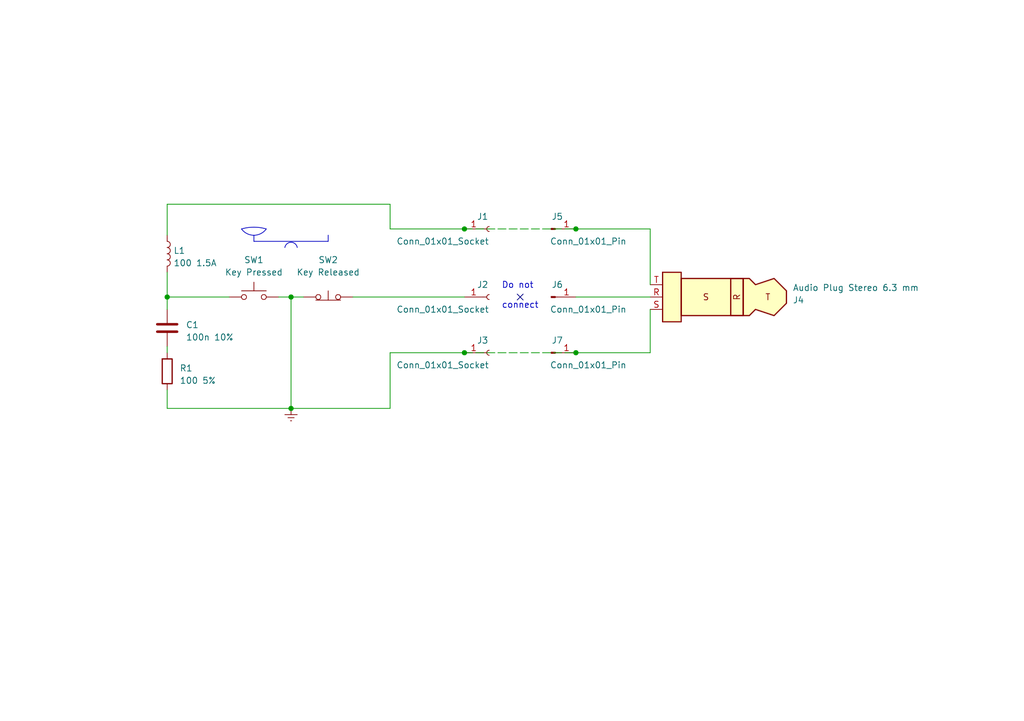
<source format=kicad_sch>
(kicad_sch (version 20230121) (generator eeschema)
  (paper "A5")
  (title_block (title "Junkers Morse Key Assembly for Yaesu FTdx1200") (date "2023-09-24") (rev "1.0") (company "Peter Cornelius DL5BCT / peter cornelius consulting") (comment 1 "(Note: Connected to Yaesu FTdx1200 front panel key socket)") (comment 2 "Right hand side cable assembly Reichelt NFKE SW 63 with crimped-on connectors") (comment 3 "Components on the left included inside key housing (original assembly)"))
  (lib_symbols
    (symbol "Connector:Conn_01x01_Pin" (pin_names (offset 1.016) hide)
      (property "Reference" "J" (at 0 2.54 0))
      (property "Value" "Conn_01x01_Pin" (at 0 -2.54 0))
      (symbol "Conn_01x01_Pin_1_1"
        (polyline (pts (xy 1.27 0) (xy 0.8636 0)) (stroke (width 0.1524)))
        (rectangle (start 0.8636 0.127) (end 0 -0.127) (stroke (width 0.1524)) (fill (type outline)))
        (pin passive line (at 5.08 0 180) (length 3.81) (name "Pin_1") (number "1"))
      )
    )
    (symbol "Connector:Conn_01x01_Socket" (pin_names (offset 1.016) hide)
      (property "Reference" "J" (at 0 2.54 0))
      (property "Value" "Conn_01x01_Socket" (at 0 -2.54 0))
      (symbol "Conn_01x01_Socket_1_1"
        (polyline (pts (xy -1.27 0) (xy -0.508 0)) (stroke (width 0.1524)))
        (arc (start 0 0.508) (mid -0.5058 0) (end 0 -0.508) (stroke (width 0.1524)))
        (pin passive line (at -5.08 0 0) (length 3.81) (name "Pin_1") (number "1"))
      )
    )
    (symbol "Connector_Audio:AudioPlug3"
      (property "Reference" "J" (at 1.27 6.35 0))
      (property "Value" "AudioPlug3" (at 1.27 -6.35 0))
      (symbol "AudioPlug3_0_0"
        (text "R" (at -2.54 0 900) (effects (font (size 1.27 1.27))))
      )
      (symbol "AudioPlug3_0_1"
        (rectangle (start -3.81 3.81) (end -1.27 -3.81) (stroke (width 0.254)))
        (rectangle (start -1.27 -1.27) (end -1.27 -1.27))
      )
      (symbol "AudioPlug3_1_0"
        (text "S" (at 3.81 0 0) (effects (font (size 1.27 1.27))))
        (text "T" (at -8.89 0 0) (effects (font (size 1.27 1.27))))
      )
      (symbol "AudioPlug3_1_1"
        (rectangle (start -3.81 3.81) (end 8.89 -3.81) (stroke (width 0.254)) (fill (type background)))
        (polyline (pts (xy -3.81 3.81) (xy -5.08 3.81) (xy -6.35 2.54) (xy -10.16 3.81) (xy -12.7 1.27) (xy -12.7 -1.27) (xy -10.16 -3.81) (xy -6.35 -2.54) (xy -5.08 -3.81) (xy -3.81 -3.81) (xy -3.81 3.81)) (stroke (width 0.254)) (fill (type background)))
        (rectangle (start 12.7 5.08) (end 8.89 -5.08) (stroke (width 0.254)) (fill (type background)))
        (pin passive line (at 15.24 0 180) (length 2.54) (name "~") (number "R"))
        (pin passive line (at 15.24 2.54 180) (length 2.54) (name "~") (number "S"))
        (pin passive line (at 15.24 -2.54 180) (length 2.54) (name "~") (number "T"))
      )
    )
    (symbol "Device:C" (pin_numbers hide) (pin_names (offset 0.254))
      (property "Reference" "C" (at 0.635 2.54 0))
      (property "Value" "C" (at 0.635 -2.54 0))
      (symbol "C_0_1"
        (polyline (pts (xy -2.032 -0.762) (xy 2.032 -0.762)) (stroke (width 0.508)))
        (polyline (pts (xy -2.032 0.762) (xy 2.032 0.762)) (stroke (width 0.508)))
      )
      (symbol "C_1_1"
        (pin passive line (at 0 3.81 270) (length 2.794) (name "~") (number "1"))
        (pin passive line (at 0 -3.81 90) (length 2.794) (name "~") (number "2"))
      )
    )
    (symbol "Device:L" (pin_numbers hide) (pin_names (offset 1.016) hide)
      (property "Reference" "L" (at -1.27 0 90))
      (property "Value" "L" (at 1.905 0 90))
      (symbol "L_0_1"
        (arc (start 0 -2.54) (mid 0.6323 -1.905) (end 0 -1.27))
        (arc (start 0 -1.27) (mid 0.6323 -0.635) (end 0 0))
        (arc (start 0 0) (mid 0.6323 0.635) (end 0 1.27))
        (arc (start 0 1.27) (mid 0.6323 1.905) (end 0 2.54))
      )
      (symbol "L_1_1"
        (pin passive line (at 0 3.81 270) (length 1.27) (name "1") (number "1"))
        (pin passive line (at 0 -3.81 90) (length 1.27) (name "2") (number "2"))
      )
    )
    (symbol "Device:R" (pin_numbers hide) (pin_names (offset 0))
      (property "Reference" "R" (at 2.032 0 90))
      (property "Value" "R" (at 0 0 90))
      (symbol "R_0_1"
        (rectangle (start -1.016 -2.54) (end 1.016 2.54) (stroke (width 0.254)))
      )
      (symbol "R_1_1"
        (pin passive line (at 0 3.81 270) (length 1.27) (name "~") (number "1"))
        (pin passive line (at 0 -3.81 90) (length 1.27) (name "~") (number "2"))
      )
    )
    (symbol "Switch:SW_Push" (pin_numbers hide) (pin_names (offset 1.016) hide)
      (property "Reference" "SW" (at 1.27 2.54 0))
      (property "Value" "SW_Push" (at 0 -1.524 0))
      (symbol "SW_Push_0_1"
        (circle (center -2.032 0) (radius 0.508))
        (polyline (pts (xy 0 1.27) (xy 0 3.048)))
        (polyline (pts (xy 2.54 1.27) (xy -2.54 1.27)))
        (circle (center 2.032 0) (radius 0.508))
        (pin passive line (at -5.08 0 0) (length 2.54) (name "1") (number "1"))
        (pin passive line (at 5.08 0 180) (length 2.54) (name "2") (number "2"))
      )
    )
    (symbol "Switch:SW_Push_Open" (pin_numbers hide) (pin_names (offset 1.016) hide)
      (property "Reference" "SW" (at 0 2.54 0))
      (property "Value" "SW_Push_Open" (at 0 -1.905 0))
      (symbol "SW_Push_Open_0_1"
        (circle (center -2.032 0) (radius 0.508))
        (polyline (pts (xy -2.54 -0.635) (xy 2.54 -0.635)))
        (polyline (pts (xy 0 -0.635) (xy 0 1.27)))
        (circle (center 2.032 0) (radius 0.508))
        (pin passive line (at -5.08 0 0) (length 2.54) (name "A") (number "1"))
      )
      (symbol "SW_Push_Open_1_1"
        (pin passive line (at 5.08 0 180) (length 2.54) (name "B") (number "2"))
      )
    )
    (symbol "power:GNDREF" (power) (pin_names (offset 0))
      (property "Value" "GNDREF" (at 0 -3.81 0))
      (symbol "GNDREF_0_1"
        (polyline (pts (xy -0.635 -1.905) (xy 0.635 -1.905)))
        (polyline (pts (xy -0.127 -2.54) (xy 0.127 -2.54)))
        (polyline (pts (xy 0 -1.27) (xy 0 0)))
        (polyline (pts (xy 1.27 -1.27) (xy -1.27 -1.27)))
      )
      (symbol "GNDREF_1_1"
        (pin power_in line (at 0 0 270) (length 0) hide (name "GNDREF") (number "1"))
      )
    )
  )
  (junction (at 59.69 60.96))
  (junction (at 118.11 72.39))
  (junction (at 95.25 72.39))
  (junction (at 59.69 83.82))
  (junction (at 34.29 60.96))
  (junction (at 118.11 46.99))
  (junction (at 95.25 46.99))
  (no_connect (at 106.68 60.96))
  (wire (pts (xy 80.01 72.39) (xy 80.01 83.82)))
  (wire (pts (xy 133.35 72.39) (xy 133.35 63.5)))
  (polyline (pts (xy 52.07 49.53) (xy 67.31 49.53)))
  (wire (pts (xy 118.11 72.39) (xy 133.35 72.39)))
  (wire (pts (xy 72.39 60.96) (xy 95.25 60.96)))
  (wire (pts (xy 59.69 60.96) (xy 57.15 60.96)))
  (polyline (pts (xy 67.31 48.26) (xy 67.31 49.53)))
  (wire (pts (xy 118.11 60.96) (xy 133.35 60.96)))
  (wire (pts (xy 34.29 41.91) (xy 34.29 48.26)))
  (wire (pts (xy 34.29 83.82) (xy 34.29 80.01)))
  (wire (pts (xy 34.29 60.96) (xy 46.99 60.96)))
  (wire (pts (xy 80.01 41.91) (xy 80.01 46.99)))
  (wire (pts (xy 80.01 46.99) (xy 95.25 46.99)))
  (wire (pts (xy 95.25 72.39) (xy 118.11 72.39)) (stroke (width 0) (type dash)))
  (wire (pts (xy 34.29 71.12) (xy 34.29 72.39)))
  (polyline (pts (xy 52.07 48.26) (xy 52.07 49.53)))
  (wire (pts (xy 133.35 58.42) (xy 133.35 46.99)))
  (wire (pts (xy 80.01 72.39) (xy 95.25 72.39)))
  (wire (pts (xy 95.25 46.99) (xy 118.11 46.99)) (stroke (width 0) (type dash)))
  (wire (pts (xy 34.29 83.82) (xy 59.69 83.82)))
  (wire (pts (xy 34.29 55.88) (xy 34.29 60.96)))
  (wire (pts (xy 34.29 63.5) (xy 34.29 60.96)))
  (wire (pts (xy 133.35 46.99) (xy 118.11 46.99)))
  (wire (pts (xy 59.69 60.96) (xy 62.23 60.96)))
  (wire (pts (xy 59.69 83.82) (xy 59.69 60.96)))
  (wire (pts (xy 34.29 41.91) (xy 80.01 41.91)))
  (wire (pts (xy 59.69 83.82) (xy 80.01 83.82)))
  (arc (start 54.61 46.99) (mid 52.07 48.2784) (end 49.53 46.99))
  (arc (start 52.07 48.26) (mid 52.07 48.26) (end 52.07 48.26))
  (arc (start 58.42 50.8) (mid 59.69 49.7241) (end 60.96 50.8))
  (arc (start 49.53 46.99) (mid 52.07 46.6255) (end 54.61 46.99))
  (text "Do not\n\nconnect" (at 102.87 63.5 0) (effects (font (size 1.27 1.27)) (justify left bottom)))
  (symbol (lib_id "Connector:Conn_01x01_Socket") (at 100.33 60.96 0) (unit 1)
    (property "Reference" "J2" (at 97.79 58.42 0) (effects (justify left)))
    (property "Value" "Conn_01x01_Socket" (at 81.28 63.5 0) (effects (justify left)))
  )
  (symbol (lib_id "Switch:SW_Push") (at 52.07 60.96 0) (unit 1)
    (property "Reference" "SW1" (at 52.07 53.34 0))
    (property "Value" "Key Pressed" (at 52.07 55.88 0))
  )
  (symbol (lib_id "Device:R") (at 34.29 76.2 0) (unit 1)
    (property "Reference" "R1" (at 36.83 75.565 0) (effects (justify left)))
    (property "Value" "100 5%" (at 36.83 78.105 0) (effects (justify left)))
  )
  (symbol (lib_id "Switch:SW_Push_Open") (at 67.31 60.96 0) (unit 1)
    (property "Reference" "SW2" (at 67.31 53.34 0))
    (property "Value" "Key Released" (at 67.31 55.88 0))
  )
  (symbol (lib_id "Connector:Conn_01x01_Pin") (at 113.03 72.39 0) (unit 1)
    (property "Reference" "J7" (at 114.3 69.85 0))
    (property "Value" "Conn_01x01_Pin" (at 120.65 74.93 0))
  )
  (symbol (lib_id "Connector_Audio:AudioPlug3") (at 148.59 60.96 180) (unit 1)
    (property "Reference" "J4" (at 162.56 61.595 0) (effects (justify right)))
    (property "Value" "Audio Plug Stereo 6.3 mm" (at 162.56 59.055 0) (effects (justify right)))
  )
  (symbol (lib_id "Connector:Conn_01x01_Pin") (at 113.03 46.99 0) (unit 1)
    (property "Reference" "J5" (at 114.3 44.45 0))
    (property "Value" "Conn_01x01_Pin" (at 120.65 49.53 0))
  )
  (symbol (lib_id "Device:L") (at 34.29 52.07 0) (unit 1)
    (property "Reference" "L1" (at 35.56 51.435 0) (effects (justify left)))
    (property "Value" "100 1.5A" (at 35.56 53.975 0) (effects (justify left)))
  )
  (symbol (lib_id "Device:C") (at 34.29 67.31 0) (unit 1)
    (property "Reference" "C1" (at 38.1 66.675 0) (effects (justify left)))
    (property "Value" "100n 10%" (at 38.1 69.215 0) (effects (justify left)))
  )
  (symbol (lib_id "Connector:Conn_01x01_Socket") (at 100.33 72.39 0) (unit 1)
    (property "Reference" "J3" (at 97.79 69.85 0) (effects (justify left)))
    (property "Value" "Conn_01x01_Socket" (at 81.28 74.93 0) (effects (justify left)))
  )
  (symbol (lib_id "Connector:Conn_01x01_Socket") (at 100.33 46.99 0) (unit 1)
    (property "Reference" "J1" (at 97.79 44.45 0) (effects (justify left)))
    (property "Value" "Conn_01x01_Socket" (at 81.28 49.53 0) (effects (justify left)))
  )
  (symbol (lib_id "power:GNDREF") (at 59.69 83.82 0) (unit 1)
    (property "Reference" "#PWR01" (effects hide))
    (property "Value" "GNDREF" (effects hide))
  )
  (symbol (lib_id "Connector:Conn_01x01_Pin") (at 113.03 60.96 0) (unit 1)
    (property "Reference" "J6" (at 114.3 58.42 0))
    (property "Value" "Conn_01x01_Pin" (at 120.65 63.5 0))
  )
)
</source>
